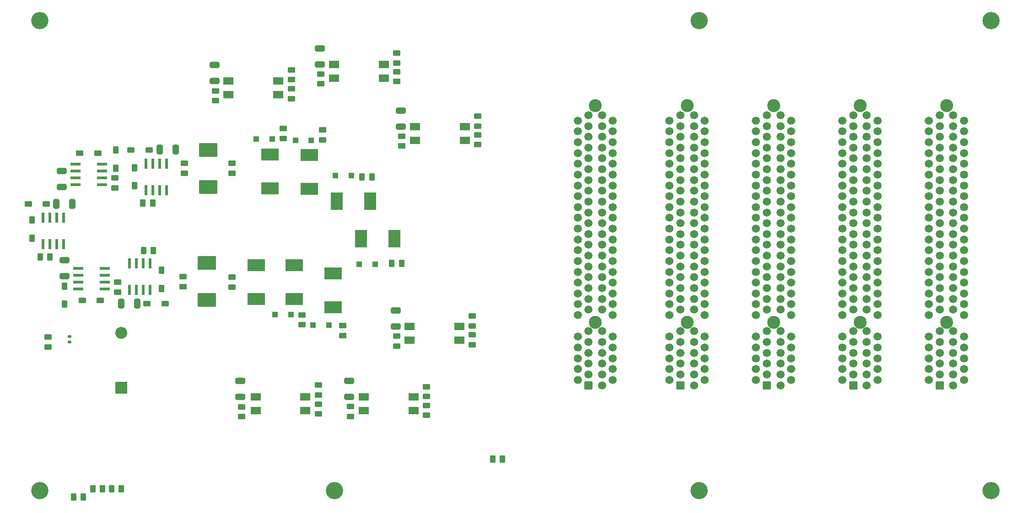
<source format=gbs>
%TF.GenerationSoftware,KiCad,Pcbnew,8.0.1*%
%TF.CreationDate,2024-04-16T18:19:40-05:00*%
%TF.ProjectId,Backplane,4261636b-706c-4616-9e65-2e6b69636164,rev?*%
%TF.SameCoordinates,Original*%
%TF.FileFunction,Soldermask,Bot*%
%TF.FilePolarity,Negative*%
%FSLAX46Y46*%
G04 Gerber Fmt 4.6, Leading zero omitted, Abs format (unit mm)*
G04 Created by KiCad (PCBNEW 8.0.1) date 2024-04-16 18:19:40*
%MOMM*%
%LPD*%
G01*
G04 APERTURE LIST*
G04 Aperture macros list*
%AMRoundRect*
0 Rectangle with rounded corners*
0 $1 Rounding radius*
0 $2 $3 $4 $5 $6 $7 $8 $9 X,Y pos of 4 corners*
0 Add a 4 corners polygon primitive as box body*
4,1,4,$2,$3,$4,$5,$6,$7,$8,$9,$2,$3,0*
0 Add four circle primitives for the rounded corners*
1,1,$1+$1,$2,$3*
1,1,$1+$1,$4,$5*
1,1,$1+$1,$6,$7*
1,1,$1+$1,$8,$9*
0 Add four rect primitives between the rounded corners*
20,1,$1+$1,$2,$3,$4,$5,0*
20,1,$1+$1,$4,$5,$6,$7,0*
20,1,$1+$1,$6,$7,$8,$9,0*
20,1,$1+$1,$8,$9,$2,$3,0*%
G04 Aperture macros list end*
%ADD10C,2.400000*%
%ADD11RoundRect,0.102000X0.644000X-0.644000X0.644000X0.644000X-0.644000X0.644000X-0.644000X-0.644000X0*%
%ADD12C,1.492000*%
%ADD13C,3.200000*%
%ADD14R,2.200000X2.200000*%
%ADD15O,2.200000X2.200000*%
%ADD16R,1.955800X1.346200*%
%ADD17RoundRect,0.250000X0.450000X-0.262500X0.450000X0.262500X-0.450000X0.262500X-0.450000X-0.262500X0*%
%ADD18RoundRect,0.250000X-0.262500X-0.450000X0.262500X-0.450000X0.262500X0.450000X-0.262500X0.450000X0*%
%ADD19RoundRect,0.102000X1.560000X-1.145000X1.560000X1.145000X-1.560000X1.145000X-1.560000X-1.145000X0*%
%ADD20RoundRect,0.250000X0.650000X-0.325000X0.650000X0.325000X-0.650000X0.325000X-0.650000X-0.325000X0*%
%ADD21RoundRect,0.102000X0.365000X-0.605000X0.365000X0.605000X-0.365000X0.605000X-0.365000X-0.605000X0*%
%ADD22R,0.558800X1.981200*%
%ADD23RoundRect,0.102000X-0.365000X0.605000X-0.365000X-0.605000X0.365000X-0.605000X0.365000X0.605000X0*%
%ADD24RoundRect,0.250000X-0.450000X0.262500X-0.450000X-0.262500X0.450000X-0.262500X0.450000X0.262500X0*%
%ADD25RoundRect,0.250000X-0.325000X-0.650000X0.325000X-0.650000X0.325000X0.650000X-0.325000X0.650000X0*%
%ADD26R,2.184400X3.200400*%
%ADD27RoundRect,0.102000X-0.605000X-0.365000X0.605000X-0.365000X0.605000X0.365000X-0.605000X0.365000X0*%
%ADD28R,1.981200X0.558800*%
%ADD29R,3.200400X2.184400*%
%ADD30RoundRect,0.250000X-0.650000X0.325000X-0.650000X-0.325000X0.650000X-0.325000X0.650000X0.325000X0*%
%ADD31R,1.092200X0.990600*%
%ADD32RoundRect,0.250000X0.262500X0.450000X-0.262500X0.450000X-0.262500X-0.450000X0.262500X-0.450000X0*%
%ADD33RoundRect,0.102000X-1.560000X1.145000X-1.560000X-1.145000X1.560000X-1.145000X1.560000X1.145000X0*%
%ADD34RoundRect,0.102000X0.605000X0.365000X-0.605000X0.365000X-0.605000X-0.365000X0.605000X-0.365000X0*%
%ADD35RoundRect,0.250000X0.325000X0.650000X-0.325000X0.650000X-0.325000X-0.650000X0.325000X-0.650000X0*%
%ADD36RoundRect,0.135000X0.185000X-0.135000X0.185000X0.135000X-0.185000X0.135000X-0.185000X-0.135000X0*%
G04 APERTURE END LIST*
D10*
X324750000Y-103350000D03*
X324750000Y-63200000D03*
D11*
X323500000Y-115000000D03*
D12*
X321500000Y-114000000D03*
X323500000Y-113000000D03*
X321500000Y-112000000D03*
X323500000Y-111000000D03*
X321500000Y-110000000D03*
X323500000Y-109000000D03*
X321500000Y-108000000D03*
X323500000Y-107000000D03*
X321500000Y-106000000D03*
X323500000Y-105000000D03*
X321500000Y-102000000D03*
X323500000Y-101000000D03*
X321500000Y-100000000D03*
X323500000Y-99000000D03*
X321500000Y-98000000D03*
X323500000Y-97000000D03*
X321500000Y-96000000D03*
X323500000Y-95000000D03*
X321500000Y-94000000D03*
X323500000Y-93000000D03*
X321500000Y-92000000D03*
X323500000Y-91000000D03*
X321500000Y-90000000D03*
X323500000Y-89000000D03*
X321500000Y-88000000D03*
X323500000Y-87000000D03*
X321500000Y-86000000D03*
X323500000Y-85000000D03*
X321500000Y-84000000D03*
X323500000Y-83000000D03*
X321500000Y-82000000D03*
X323500000Y-81000000D03*
X321500000Y-80000000D03*
X323500000Y-79000000D03*
X321500000Y-78000000D03*
X323500000Y-77000000D03*
X321500000Y-76000000D03*
X323500000Y-75000000D03*
X321500000Y-74000000D03*
X323500000Y-73000000D03*
X321500000Y-72000000D03*
X323500000Y-71000000D03*
X321500000Y-70000000D03*
X323500000Y-69000000D03*
X321500000Y-68000000D03*
X323500000Y-67000000D03*
X321500000Y-66000000D03*
X323500000Y-65000000D03*
X326000000Y-115000000D03*
X328000000Y-114000000D03*
X326000000Y-113000000D03*
X328000000Y-112000000D03*
X326000000Y-111000000D03*
X328000000Y-110000000D03*
X326000000Y-109000000D03*
X328000000Y-108000000D03*
X326000000Y-107000000D03*
X328000000Y-106000000D03*
X326000000Y-105000000D03*
X328000000Y-102000000D03*
X326000000Y-101000000D03*
X328000000Y-100000000D03*
X326000000Y-99000000D03*
X328000000Y-98000000D03*
X326000000Y-97000000D03*
X328000000Y-96000000D03*
X326000000Y-95000000D03*
X328000000Y-94000000D03*
X326000000Y-93000000D03*
X328000000Y-92000000D03*
X326000000Y-91000000D03*
X328000000Y-90000000D03*
X326000000Y-89000000D03*
X328000000Y-88000000D03*
X326000000Y-87000000D03*
X328000000Y-86000000D03*
X326000000Y-85000000D03*
X328000000Y-84000000D03*
X326000000Y-83000000D03*
X328000000Y-82000000D03*
X326000000Y-81000000D03*
X328000000Y-80000000D03*
X326000000Y-79000000D03*
X328000000Y-78000000D03*
X326000000Y-77000000D03*
X328000000Y-76000000D03*
X326000000Y-75000000D03*
X328000000Y-74000000D03*
X326000000Y-73000000D03*
X328000000Y-72000000D03*
X326000000Y-71000000D03*
X328000000Y-70000000D03*
X326000000Y-69000000D03*
X328000000Y-68000000D03*
X326000000Y-67000000D03*
X328000000Y-66000000D03*
X326000000Y-65000000D03*
D10*
X259750000Y-103350000D03*
X259750000Y-63200000D03*
D11*
X258500000Y-115000000D03*
D12*
X256500000Y-114000000D03*
X258500000Y-113000000D03*
X256500000Y-112000000D03*
X258500000Y-111000000D03*
X256500000Y-110000000D03*
X258500000Y-109000000D03*
X256500000Y-108000000D03*
X258500000Y-107000000D03*
X256500000Y-106000000D03*
X258500000Y-105000000D03*
X256500000Y-102000000D03*
X258500000Y-101000000D03*
X256500000Y-100000000D03*
X258500000Y-99000000D03*
X256500000Y-98000000D03*
X258500000Y-97000000D03*
X256500000Y-96000000D03*
X258500000Y-95000000D03*
X256500000Y-94000000D03*
X258500000Y-93000000D03*
X256500000Y-92000000D03*
X258500000Y-91000000D03*
X256500000Y-90000000D03*
X258500000Y-89000000D03*
X256500000Y-88000000D03*
X258500000Y-87000000D03*
X256500000Y-86000000D03*
X258500000Y-85000000D03*
X256500000Y-84000000D03*
X258500000Y-83000000D03*
X256500000Y-82000000D03*
X258500000Y-81000000D03*
X256500000Y-80000000D03*
X258500000Y-79000000D03*
X256500000Y-78000000D03*
X258500000Y-77000000D03*
X256500000Y-76000000D03*
X258500000Y-75000000D03*
X256500000Y-74000000D03*
X258500000Y-73000000D03*
X256500000Y-72000000D03*
X258500000Y-71000000D03*
X256500000Y-70000000D03*
X258500000Y-69000000D03*
X256500000Y-68000000D03*
X258500000Y-67000000D03*
X256500000Y-66000000D03*
X258500000Y-65000000D03*
X261000000Y-115000000D03*
X263000000Y-114000000D03*
X261000000Y-113000000D03*
X263000000Y-112000000D03*
X261000000Y-111000000D03*
X263000000Y-110000000D03*
X261000000Y-109000000D03*
X263000000Y-108000000D03*
X261000000Y-107000000D03*
X263000000Y-106000000D03*
X261000000Y-105000000D03*
X263000000Y-102000000D03*
X261000000Y-101000000D03*
X263000000Y-100000000D03*
X261000000Y-99000000D03*
X263000000Y-98000000D03*
X261000000Y-97000000D03*
X263000000Y-96000000D03*
X261000000Y-95000000D03*
X263000000Y-94000000D03*
X261000000Y-93000000D03*
X263000000Y-92000000D03*
X261000000Y-91000000D03*
X263000000Y-90000000D03*
X261000000Y-89000000D03*
X263000000Y-88000000D03*
X261000000Y-87000000D03*
X263000000Y-86000000D03*
X261000000Y-85000000D03*
X263000000Y-84000000D03*
X261000000Y-83000000D03*
X263000000Y-82000000D03*
X261000000Y-81000000D03*
X263000000Y-80000000D03*
X261000000Y-79000000D03*
X263000000Y-78000000D03*
X261000000Y-77000000D03*
X263000000Y-76000000D03*
X261000000Y-75000000D03*
X263000000Y-74000000D03*
X261000000Y-73000000D03*
X263000000Y-72000000D03*
X261000000Y-71000000D03*
X263000000Y-70000000D03*
X261000000Y-69000000D03*
X263000000Y-68000000D03*
X261000000Y-67000000D03*
X263000000Y-66000000D03*
X261000000Y-65000000D03*
D13*
X157000000Y-47500000D03*
D10*
X276750000Y-103350000D03*
X276750000Y-63200000D03*
D11*
X275500000Y-115000000D03*
D12*
X273500000Y-114000000D03*
X275500000Y-113000000D03*
X273500000Y-112000000D03*
X275500000Y-111000000D03*
X273500000Y-110000000D03*
X275500000Y-109000000D03*
X273500000Y-108000000D03*
X275500000Y-107000000D03*
X273500000Y-106000000D03*
X275500000Y-105000000D03*
X273500000Y-102000000D03*
X275500000Y-101000000D03*
X273500000Y-100000000D03*
X275500000Y-99000000D03*
X273500000Y-98000000D03*
X275500000Y-97000000D03*
X273500000Y-96000000D03*
X275500000Y-95000000D03*
X273500000Y-94000000D03*
X275500000Y-93000000D03*
X273500000Y-92000000D03*
X275500000Y-91000000D03*
X273500000Y-90000000D03*
X275500000Y-89000000D03*
X273500000Y-88000000D03*
X275500000Y-87000000D03*
X273500000Y-86000000D03*
X275500000Y-85000000D03*
X273500000Y-84000000D03*
X275500000Y-83000000D03*
X273500000Y-82000000D03*
X275500000Y-81000000D03*
X273500000Y-80000000D03*
X275500000Y-79000000D03*
X273500000Y-78000000D03*
X275500000Y-77000000D03*
X273500000Y-76000000D03*
X275500000Y-75000000D03*
X273500000Y-74000000D03*
X275500000Y-73000000D03*
X273500000Y-72000000D03*
X275500000Y-71000000D03*
X273500000Y-70000000D03*
X275500000Y-69000000D03*
X273500000Y-68000000D03*
X275500000Y-67000000D03*
X273500000Y-66000000D03*
X275500000Y-65000000D03*
X278000000Y-115000000D03*
X280000000Y-114000000D03*
X278000000Y-113000000D03*
X280000000Y-112000000D03*
X278000000Y-111000000D03*
X280000000Y-110000000D03*
X278000000Y-109000000D03*
X280000000Y-108000000D03*
X278000000Y-107000000D03*
X280000000Y-106000000D03*
X278000000Y-105000000D03*
X280000000Y-102000000D03*
X278000000Y-101000000D03*
X280000000Y-100000000D03*
X278000000Y-99000000D03*
X280000000Y-98000000D03*
X278000000Y-97000000D03*
X280000000Y-96000000D03*
X278000000Y-95000000D03*
X280000000Y-94000000D03*
X278000000Y-93000000D03*
X280000000Y-92000000D03*
X278000000Y-91000000D03*
X280000000Y-90000000D03*
X278000000Y-89000000D03*
X280000000Y-88000000D03*
X278000000Y-87000000D03*
X280000000Y-86000000D03*
X278000000Y-85000000D03*
X280000000Y-84000000D03*
X278000000Y-83000000D03*
X280000000Y-82000000D03*
X278000000Y-81000000D03*
X280000000Y-80000000D03*
X278000000Y-79000000D03*
X280000000Y-78000000D03*
X278000000Y-77000000D03*
X280000000Y-76000000D03*
X278000000Y-75000000D03*
X280000000Y-74000000D03*
X278000000Y-73000000D03*
X280000000Y-72000000D03*
X278000000Y-71000000D03*
X280000000Y-70000000D03*
X278000000Y-69000000D03*
X280000000Y-68000000D03*
X278000000Y-67000000D03*
X280000000Y-66000000D03*
X278000000Y-65000000D03*
D10*
X308750000Y-103350000D03*
X308750000Y-63200000D03*
D11*
X307500000Y-115000000D03*
D12*
X305500000Y-114000000D03*
X307500000Y-113000000D03*
X305500000Y-112000000D03*
X307500000Y-111000000D03*
X305500000Y-110000000D03*
X307500000Y-109000000D03*
X305500000Y-108000000D03*
X307500000Y-107000000D03*
X305500000Y-106000000D03*
X307500000Y-105000000D03*
X305500000Y-102000000D03*
X307500000Y-101000000D03*
X305500000Y-100000000D03*
X307500000Y-99000000D03*
X305500000Y-98000000D03*
X307500000Y-97000000D03*
X305500000Y-96000000D03*
X307500000Y-95000000D03*
X305500000Y-94000000D03*
X307500000Y-93000000D03*
X305500000Y-92000000D03*
X307500000Y-91000000D03*
X305500000Y-90000000D03*
X307500000Y-89000000D03*
X305500000Y-88000000D03*
X307500000Y-87000000D03*
X305500000Y-86000000D03*
X307500000Y-85000000D03*
X305500000Y-84000000D03*
X307500000Y-83000000D03*
X305500000Y-82000000D03*
X307500000Y-81000000D03*
X305500000Y-80000000D03*
X307500000Y-79000000D03*
X305500000Y-78000000D03*
X307500000Y-77000000D03*
X305500000Y-76000000D03*
X307500000Y-75000000D03*
X305500000Y-74000000D03*
X307500000Y-73000000D03*
X305500000Y-72000000D03*
X307500000Y-71000000D03*
X305500000Y-70000000D03*
X307500000Y-69000000D03*
X305500000Y-68000000D03*
X307500000Y-67000000D03*
X305500000Y-66000000D03*
X307500000Y-65000000D03*
X310000000Y-115000000D03*
X312000000Y-114000000D03*
X310000000Y-113000000D03*
X312000000Y-112000000D03*
X310000000Y-111000000D03*
X312000000Y-110000000D03*
X310000000Y-109000000D03*
X312000000Y-108000000D03*
X310000000Y-107000000D03*
X312000000Y-106000000D03*
X310000000Y-105000000D03*
X312000000Y-102000000D03*
X310000000Y-101000000D03*
X312000000Y-100000000D03*
X310000000Y-99000000D03*
X312000000Y-98000000D03*
X310000000Y-97000000D03*
X312000000Y-96000000D03*
X310000000Y-95000000D03*
X312000000Y-94000000D03*
X310000000Y-93000000D03*
X312000000Y-92000000D03*
X310000000Y-91000000D03*
X312000000Y-90000000D03*
X310000000Y-89000000D03*
X312000000Y-88000000D03*
X310000000Y-87000000D03*
X312000000Y-86000000D03*
X310000000Y-85000000D03*
X312000000Y-84000000D03*
X310000000Y-83000000D03*
X312000000Y-82000000D03*
X310000000Y-81000000D03*
X312000000Y-80000000D03*
X310000000Y-79000000D03*
X312000000Y-78000000D03*
X310000000Y-77000000D03*
X312000000Y-76000000D03*
X310000000Y-75000000D03*
X312000000Y-74000000D03*
X310000000Y-73000000D03*
X312000000Y-72000000D03*
X310000000Y-71000000D03*
X312000000Y-70000000D03*
X310000000Y-69000000D03*
X312000000Y-68000000D03*
X310000000Y-67000000D03*
X312000000Y-66000000D03*
X310000000Y-65000000D03*
D13*
X333000000Y-134500000D03*
X279000000Y-47500000D03*
D10*
X292750000Y-103350000D03*
X292750000Y-63200000D03*
D11*
X291500000Y-115000000D03*
D12*
X289500000Y-114000000D03*
X291500000Y-113000000D03*
X289500000Y-112000000D03*
X291500000Y-111000000D03*
X289500000Y-110000000D03*
X291500000Y-109000000D03*
X289500000Y-108000000D03*
X291500000Y-107000000D03*
X289500000Y-106000000D03*
X291500000Y-105000000D03*
X289500000Y-102000000D03*
X291500000Y-101000000D03*
X289500000Y-100000000D03*
X291500000Y-99000000D03*
X289500000Y-98000000D03*
X291500000Y-97000000D03*
X289500000Y-96000000D03*
X291500000Y-95000000D03*
X289500000Y-94000000D03*
X291500000Y-93000000D03*
X289500000Y-92000000D03*
X291500000Y-91000000D03*
X289500000Y-90000000D03*
X291500000Y-89000000D03*
X289500000Y-88000000D03*
X291500000Y-87000000D03*
X289500000Y-86000000D03*
X291500000Y-85000000D03*
X289500000Y-84000000D03*
X291500000Y-83000000D03*
X289500000Y-82000000D03*
X291500000Y-81000000D03*
X289500000Y-80000000D03*
X291500000Y-79000000D03*
X289500000Y-78000000D03*
X291500000Y-77000000D03*
X289500000Y-76000000D03*
X291500000Y-75000000D03*
X289500000Y-74000000D03*
X291500000Y-73000000D03*
X289500000Y-72000000D03*
X291500000Y-71000000D03*
X289500000Y-70000000D03*
X291500000Y-69000000D03*
X289500000Y-68000000D03*
X291500000Y-67000000D03*
X289500000Y-66000000D03*
X291500000Y-65000000D03*
X294000000Y-115000000D03*
X296000000Y-114000000D03*
X294000000Y-113000000D03*
X296000000Y-112000000D03*
X294000000Y-111000000D03*
X296000000Y-110000000D03*
X294000000Y-109000000D03*
X296000000Y-108000000D03*
X294000000Y-107000000D03*
X296000000Y-106000000D03*
X294000000Y-105000000D03*
X296000000Y-102000000D03*
X294000000Y-101000000D03*
X296000000Y-100000000D03*
X294000000Y-99000000D03*
X296000000Y-98000000D03*
X294000000Y-97000000D03*
X296000000Y-96000000D03*
X294000000Y-95000000D03*
X296000000Y-94000000D03*
X294000000Y-93000000D03*
X296000000Y-92000000D03*
X294000000Y-91000000D03*
X296000000Y-90000000D03*
X294000000Y-89000000D03*
X296000000Y-88000000D03*
X294000000Y-87000000D03*
X296000000Y-86000000D03*
X294000000Y-85000000D03*
X296000000Y-84000000D03*
X294000000Y-83000000D03*
X296000000Y-82000000D03*
X294000000Y-81000000D03*
X296000000Y-80000000D03*
X294000000Y-79000000D03*
X296000000Y-78000000D03*
X294000000Y-77000000D03*
X296000000Y-76000000D03*
X294000000Y-75000000D03*
X296000000Y-74000000D03*
X294000000Y-73000000D03*
X296000000Y-72000000D03*
X294000000Y-71000000D03*
X296000000Y-70000000D03*
X294000000Y-69000000D03*
X296000000Y-68000000D03*
X294000000Y-67000000D03*
X296000000Y-66000000D03*
X294000000Y-65000000D03*
D13*
X157000000Y-134500000D03*
X278976187Y-134500000D03*
X211500000Y-134500000D03*
X333000000Y-47500000D03*
D14*
X172000000Y-115500000D03*
D15*
X172000000Y-105340000D03*
D16*
X201110101Y-58629999D03*
X201110101Y-61169999D03*
X191889901Y-61169999D03*
X191889901Y-58629999D03*
D17*
X237963098Y-70454999D03*
X237963098Y-68629999D03*
D18*
X216587501Y-76399999D03*
X218412501Y-76399999D03*
D19*
X187860404Y-99244397D03*
X187860404Y-92384397D03*
D20*
X222824034Y-104141695D03*
X222824034Y-101191695D03*
D18*
X157022528Y-91244660D03*
X158847528Y-91244660D03*
D17*
X237009453Y-107462544D03*
X237009453Y-105637544D03*
D21*
X174500001Y-74719999D03*
X174500001Y-78079999D03*
D22*
X161405001Y-88863799D03*
X160135001Y-88863799D03*
X158865001Y-88863799D03*
X157595001Y-88863799D03*
X157595001Y-83936199D03*
X158865001Y-83936199D03*
X160135001Y-83936199D03*
X161405001Y-83936199D03*
D23*
X170992247Y-74827096D03*
X170992247Y-71467096D03*
D17*
X223000001Y-55312499D03*
X223000001Y-53487499D03*
X222975069Y-107718259D03*
X222975069Y-105893259D03*
D16*
X235610101Y-67129999D03*
X235610101Y-69669999D03*
X226389901Y-69669999D03*
X226389901Y-67129999D03*
D17*
X205500001Y-103812499D03*
X205500001Y-101987499D03*
D18*
X222087501Y-92399999D03*
X223912501Y-92399999D03*
D24*
X202000001Y-67487499D03*
X202000001Y-69312499D03*
D17*
X209270325Y-69558957D03*
X209270325Y-67733957D03*
D21*
X155500001Y-84399999D03*
X155500001Y-87759999D03*
D25*
X179135286Y-71345528D03*
X182085286Y-71345528D03*
D17*
X158500000Y-107902500D03*
X158500000Y-106077500D03*
D22*
X173595001Y-92436199D03*
X174865001Y-92436199D03*
X176135001Y-92436199D03*
X177405001Y-92436199D03*
X177405001Y-97363799D03*
X176135001Y-97363799D03*
X174865001Y-97363799D03*
X173595001Y-97363799D03*
D24*
X183680001Y-73899999D03*
X183680001Y-75724999D03*
D17*
X170837129Y-78454475D03*
X170837129Y-76629475D03*
D26*
X216375801Y-87899999D03*
X222624201Y-87899999D03*
D17*
X213000001Y-105812499D03*
X213000001Y-103987499D03*
D27*
X177180001Y-71399999D03*
X173820001Y-71399999D03*
X167716201Y-71994999D03*
X164356201Y-71994999D03*
D28*
X168963801Y-93399999D03*
X168963801Y-94669999D03*
X168963801Y-95939999D03*
X168963801Y-97209999D03*
X164036201Y-97209999D03*
X164036201Y-95939999D03*
X164036201Y-94669999D03*
X164036201Y-93399999D03*
D20*
X161500001Y-94779999D03*
X161500001Y-91829999D03*
D17*
X228481375Y-120573255D03*
X228481375Y-118748255D03*
D29*
X199558728Y-78566143D03*
X199558728Y-72317743D03*
D18*
X170249488Y-134152359D03*
X172074488Y-134152359D03*
D20*
X208805649Y-55622331D03*
X208805649Y-52672331D03*
D17*
X237018451Y-103992157D03*
X237018451Y-102167157D03*
D28*
X168500001Y-74089999D03*
X168500001Y-75359999D03*
X168500001Y-76629999D03*
X168500001Y-77899999D03*
X163572401Y-77899999D03*
X163572401Y-76629999D03*
X163572401Y-75359999D03*
X163572401Y-74089999D03*
D29*
X206853470Y-78615556D03*
X206853470Y-72367156D03*
D30*
X161021549Y-75367903D03*
X161021549Y-78317903D03*
D21*
X161500001Y-96624999D03*
X161500001Y-99984999D03*
D31*
X219030366Y-92571494D03*
X216083966Y-92571494D03*
D32*
X177987760Y-90063992D03*
X176162760Y-90063992D03*
D31*
X214634566Y-76169550D03*
X211688166Y-76169550D03*
D17*
X228481375Y-117094088D03*
X228481375Y-115269088D03*
X203557327Y-58425495D03*
X203557327Y-56600495D03*
D29*
X197000001Y-92775799D03*
X197000001Y-99024199D03*
D33*
X188099616Y-71464622D03*
X188099616Y-78324622D03*
D26*
X211875801Y-80899999D03*
X218124201Y-80899999D03*
D34*
X176798022Y-99845527D03*
X180158022Y-99845527D03*
D16*
X226110101Y-117129999D03*
X226110101Y-119669999D03*
X216889901Y-119669999D03*
X216889901Y-117129999D03*
D17*
X208500001Y-120312499D03*
X208500001Y-118487499D03*
D20*
X194042016Y-117148523D03*
X194042016Y-114198523D03*
D35*
X174975001Y-99899999D03*
X172025001Y-99899999D03*
D36*
X162500000Y-107000000D03*
X162500000Y-105980000D03*
D22*
X180405001Y-78863799D03*
X179135001Y-78863799D03*
X177865001Y-78863799D03*
X176595001Y-78863799D03*
X176595001Y-73936199D03*
X177865001Y-73936199D03*
X179135001Y-73936199D03*
X180405001Y-73936199D03*
D17*
X208500001Y-116812499D03*
X208500001Y-114987499D03*
D18*
X163195032Y-135696515D03*
X165020032Y-135696515D03*
D17*
X223013660Y-58759518D03*
X223013660Y-56934518D03*
X237967326Y-67007126D03*
X237967326Y-65182126D03*
D20*
X223768679Y-67132901D03*
X223768679Y-64182901D03*
D17*
X203557327Y-61916182D03*
X203557327Y-60091182D03*
D27*
X158180001Y-81399999D03*
X154820001Y-81399999D03*
D32*
X242603372Y-128694182D03*
X240778372Y-128694182D03*
D17*
X194284402Y-120812499D03*
X194284402Y-118987499D03*
D31*
X210473201Y-103899999D03*
X207526801Y-103899999D03*
D16*
X234610101Y-104129999D03*
X234610101Y-106669999D03*
X225389901Y-106669999D03*
X225389901Y-104129999D03*
D25*
X160025001Y-81399999D03*
X162975001Y-81399999D03*
D17*
X171367739Y-97764136D03*
X171367739Y-95939136D03*
D29*
X211254190Y-94269128D03*
X211254190Y-100517528D03*
D17*
X208981514Y-59167079D03*
X208981514Y-57342079D03*
D31*
X203473201Y-101899999D03*
X200526801Y-101899999D03*
D17*
X214474753Y-120794170D03*
X214474753Y-118969170D03*
D29*
X204000001Y-92775799D03*
X204000001Y-99024199D03*
D20*
X189304085Y-58608534D03*
X189304085Y-55658534D03*
D31*
X207206982Y-69662111D03*
X204260582Y-69662111D03*
D17*
X183500001Y-96724999D03*
X183500001Y-94899999D03*
X192500001Y-96812499D03*
X192500001Y-94987499D03*
D18*
X166774916Y-134130563D03*
X168599916Y-134130563D03*
D23*
X179500001Y-97079999D03*
X179500001Y-93719999D03*
D16*
X220610101Y-55629999D03*
X220610101Y-58169999D03*
X211389901Y-58169999D03*
X211389901Y-55629999D03*
D24*
X192500001Y-73899999D03*
X192500001Y-75724999D03*
D17*
X223949686Y-70703074D03*
X223949686Y-68878074D03*
D34*
X164820001Y-99304999D03*
X168180001Y-99304999D03*
D17*
X189500001Y-62312499D03*
X189500001Y-60487499D03*
D16*
X206110101Y-117129999D03*
X206110101Y-119669999D03*
X196889901Y-119669999D03*
X196889901Y-117129999D03*
D20*
X214221304Y-117177145D03*
X214221304Y-114227145D03*
D18*
X176040356Y-81263277D03*
X177865356Y-81263277D03*
D31*
X197026801Y-69399999D03*
X199973201Y-69399999D03*
M02*

</source>
